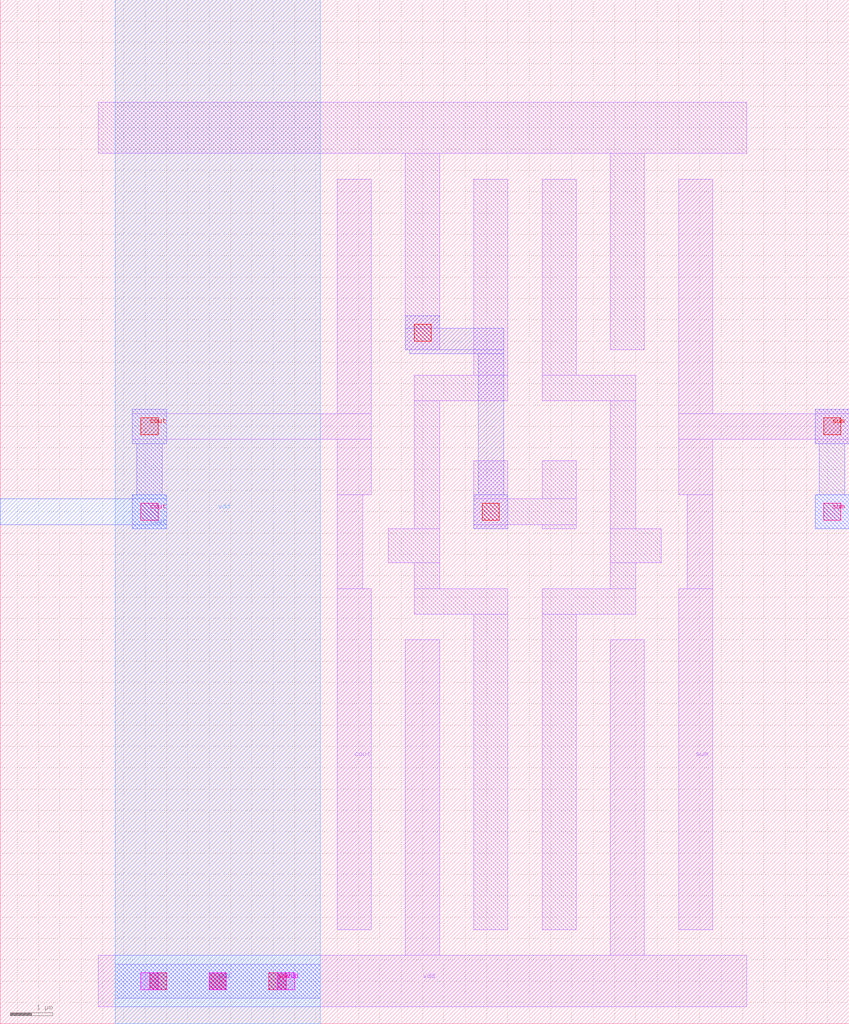
<source format=lef>
VERSION 5.7 ;
  NOWIREEXTENSIONATPIN ON ;
  DIVIDERCHAR "/" ;
  BUSBITCHARS "[]" ;
MACRO full_adder
  CLASS BLOCK ;
  FOREIGN full_adder ;
  ORIGIN 1.900 0.000 ;
  SIZE 19.900 BY 24.000 ;
  PIN vdd
    USE POWER ;
    PORT
      LAYER metal1 ;
        RECT 7.600 1.600 8.400 9.000 ;
        RECT 12.400 1.600 13.200 9.000 ;
        RECT 0.400 0.400 15.600 1.600 ;
      LAYER via1 ;
        RECT 1.600 0.800 2.000 1.200 ;
        RECT 3.000 0.800 3.400 1.200 ;
        RECT 4.400 0.800 4.800 1.200 ;
      LAYER metal2 ;
        RECT 0.800 0.600 5.600 1.400 ;
      LAYER via2 ;
        RECT 1.600 0.800 2.000 1.200 ;
        RECT 3.000 0.800 3.400 1.200 ;
        RECT 4.400 0.800 4.800 1.200 ;
      LAYER metal3 ;
        RECT 0.800 0.400 5.600 1.600 ;
      LAYER via3 ;
        RECT 1.400 0.800 1.800 1.200 ;
        RECT 3.000 0.800 3.400 1.200 ;
        RECT 4.600 0.800 5.000 1.200 ;
      LAYER metal4 ;
        RECT 0.800 0.000 5.600 24.000 ;
    END
  END vdd
  PIN sum
    PORT
      LAYER metal1 ;
        RECT 14.000 14.300 14.800 19.800 ;
        RECT 17.200 14.300 18.000 14.400 ;
        RECT 14.000 13.700 18.000 14.300 ;
        RECT 14.000 12.400 14.800 13.700 ;
        RECT 17.200 13.600 18.000 13.700 ;
        RECT 14.200 10.200 14.800 12.400 ;
        RECT 14.000 2.200 14.800 10.200 ;
      LAYER via1 ;
        RECT 17.400 13.800 17.800 14.200 ;
      LAYER metal2 ;
        RECT 17.200 13.600 18.000 14.400 ;
        RECT 17.300 12.400 17.900 13.600 ;
        RECT 17.200 11.600 18.000 12.400 ;
      LAYER via2 ;
        RECT 17.400 11.800 17.800 12.200 ;
      LAYER metal3 ;
        RECT 17.200 11.600 18.000 12.400 ;
    END
  END sum
  PIN cout
    PORT
      LAYER metal1 ;
        RECT 1.200 14.300 2.000 14.400 ;
        RECT 6.000 14.300 6.800 19.800 ;
        RECT 1.200 13.700 6.800 14.300 ;
        RECT 1.200 13.600 2.000 13.700 ;
        RECT 6.000 12.400 6.800 13.700 ;
        RECT 6.000 10.200 6.600 12.400 ;
        RECT 6.000 2.200 6.800 10.200 ;
      LAYER via1 ;
        RECT 1.400 13.800 1.800 14.200 ;
      LAYER metal2 ;
        RECT 1.200 13.600 2.000 14.400 ;
        RECT 1.300 12.400 1.900 13.600 ;
        RECT 1.200 11.600 2.000 12.400 ;
      LAYER via2 ;
        RECT 1.400 11.800 1.800 12.200 ;
      LAYER metal3 ;
        RECT 1.200 12.300 2.000 12.400 ;
        RECT -1.900 11.700 2.000 12.300 ;
        RECT 1.200 11.600 2.000 11.700 ;
    END
  END cout
  OBS
      LAYER metal1 ;
        RECT 0.400 20.400 15.600 21.600 ;
        RECT 7.600 15.800 8.400 20.400 ;
        RECT 9.200 15.200 10.000 19.800 ;
        RECT 7.800 14.600 10.000 15.200 ;
        RECT 10.800 15.200 11.600 19.800 ;
        RECT 12.400 15.800 13.200 20.400 ;
        RECT 10.800 14.600 13.000 15.200 ;
        RECT 7.800 11.600 8.400 14.600 ;
        RECT 9.200 12.300 10.000 13.200 ;
        RECT 10.800 12.300 11.600 13.200 ;
        RECT 9.200 11.700 11.600 12.300 ;
        RECT 9.200 11.600 10.000 11.700 ;
        RECT 10.800 11.600 11.600 11.700 ;
        RECT 12.400 11.600 13.000 14.600 ;
        RECT 7.200 10.800 8.400 11.600 ;
        RECT 7.800 10.200 8.400 10.800 ;
        RECT 12.400 10.800 13.600 11.600 ;
        RECT 12.400 10.200 13.000 10.800 ;
        RECT 7.800 9.600 10.000 10.200 ;
        RECT 9.200 2.200 10.000 9.600 ;
        RECT 10.800 9.600 13.000 10.200 ;
        RECT 10.800 2.200 11.600 9.600 ;
      LAYER via1 ;
        RECT 7.800 16.000 8.200 16.400 ;
        RECT 9.400 11.800 9.800 12.200 ;
      LAYER metal2 ;
        RECT 7.600 16.300 8.400 16.600 ;
        RECT 7.600 15.800 9.900 16.300 ;
        RECT 7.700 15.700 9.900 15.800 ;
        RECT 9.300 12.400 9.900 15.700 ;
        RECT 9.200 11.600 10.000 12.400 ;
  END
END full_adder
END LIBRARY


</source>
